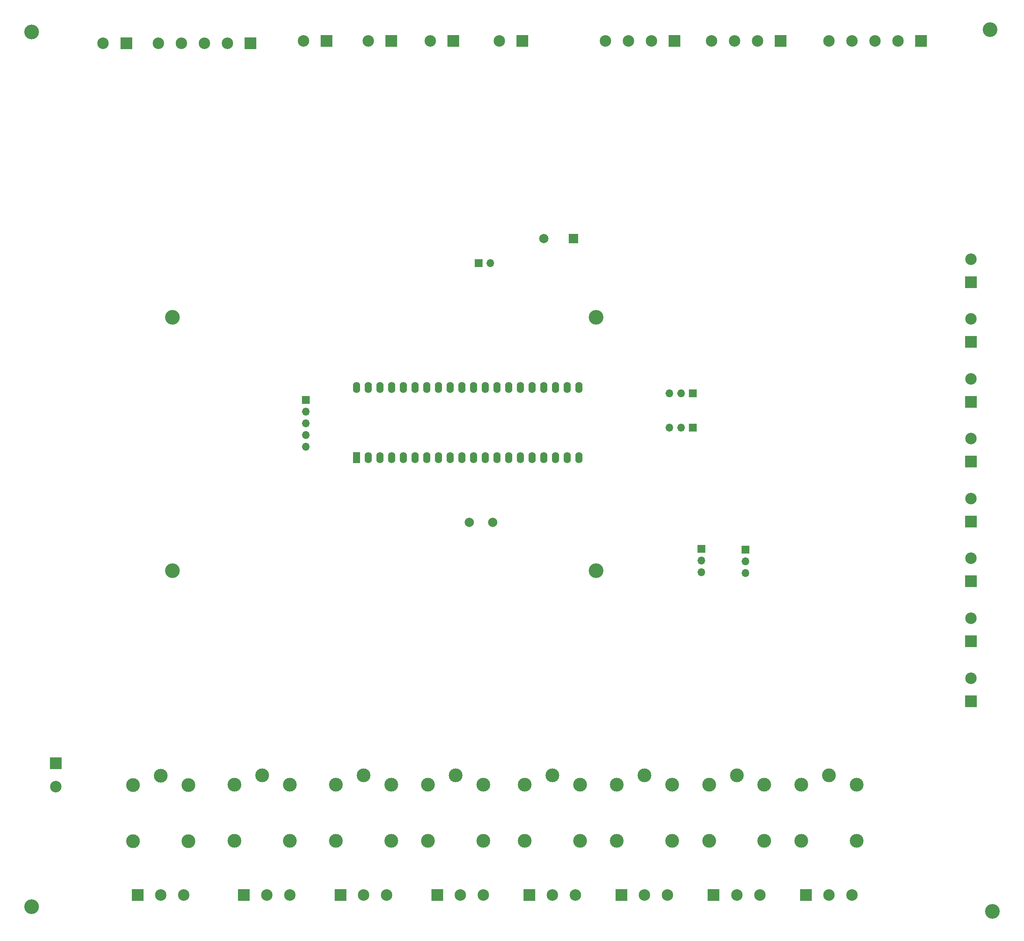
<source format=gbs>
%TF.GenerationSoftware,KiCad,Pcbnew,(5.1.10)-1*%
%TF.CreationDate,2022-01-12T07:46:51+01:00*%
%TF.ProjectId,automate,6175746f-6d61-4746-952e-6b696361645f,rev?*%
%TF.SameCoordinates,Original*%
%TF.FileFunction,Soldermask,Bot*%
%TF.FilePolarity,Negative*%
%FSLAX46Y46*%
G04 Gerber Fmt 4.6, Leading zero omitted, Abs format (unit mm)*
G04 Created by KiCad (PCBNEW (5.1.10)-1) date 2022-01-12 07:46:51*
%MOMM*%
%LPD*%
G01*
G04 APERTURE LIST*
%ADD10C,2.000000*%
%ADD11R,2.000000X2.000000*%
%ADD12C,3.200000*%
%ADD13C,2.500000*%
%ADD14R,2.500000X2.500000*%
%ADD15R,1.600000X2.400000*%
%ADD16O,1.600000X2.400000*%
%ADD17C,3.000000*%
%ADD18R,1.700000X1.700000*%
%ADD19O,1.700000X1.700000*%
G04 APERTURE END LIST*
D10*
%TO.C,BZ2*%
X181100000Y-69900000D03*
D11*
X187600000Y-69900000D03*
%TD*%
D10*
%TO.C,SW1*%
X170000000Y-131500000D03*
X165000000Y-131500000D03*
%TD*%
D12*
%TO.C,REF\u002A\u002A*%
X192500000Y-142000000D03*
%TD*%
%TO.C,REF\u002A\u002A*%
X192500000Y-87000000D03*
%TD*%
%TO.C,REF\u002A\u002A*%
X100500000Y-142000000D03*
%TD*%
%TO.C,REF\u002A\u002A*%
X100500000Y-87000000D03*
%TD*%
%TO.C,REF\u002A\u002A*%
X278000000Y-24500000D03*
%TD*%
%TO.C,REF\u002A\u002A*%
X278500000Y-216000000D03*
%TD*%
%TO.C,REF\u002A\u002A*%
X70000000Y-215000000D03*
%TD*%
%TO.C,REF\u002A\u002A*%
X70000000Y-25000000D03*
%TD*%
D13*
%TO.C,J1*%
X85500000Y-27500000D03*
D14*
X90500000Y-27500000D03*
%TD*%
D13*
%TO.C,J3*%
X217500000Y-27000000D03*
D14*
X232500000Y-27000000D03*
D13*
X227500000Y-27000000D03*
X222500000Y-27000000D03*
%TD*%
%TO.C,J4*%
X199500000Y-27000000D03*
X204500000Y-27000000D03*
D14*
X209500000Y-27000000D03*
D13*
X194500000Y-27000000D03*
%TD*%
D14*
%TO.C,J5*%
X93000000Y-212500000D03*
D13*
X98000000Y-212500000D03*
X103000000Y-212500000D03*
%TD*%
D14*
%TO.C,J6*%
X116000000Y-212500000D03*
D13*
X121000000Y-212500000D03*
X126000000Y-212500000D03*
%TD*%
D14*
%TO.C,J7*%
X137000000Y-212500000D03*
D13*
X142000000Y-212500000D03*
X147000000Y-212500000D03*
%TD*%
%TO.C,J8*%
X168000000Y-212500000D03*
X163000000Y-212500000D03*
D14*
X158000000Y-212500000D03*
%TD*%
%TO.C,J9*%
X178000000Y-212500000D03*
D13*
X183000000Y-212500000D03*
X188000000Y-212500000D03*
%TD*%
%TO.C,J10*%
X208000000Y-212500000D03*
X203000000Y-212500000D03*
D14*
X198000000Y-212500000D03*
%TD*%
D13*
%TO.C,J11*%
X228000000Y-212500000D03*
X223000000Y-212500000D03*
D14*
X218000000Y-212500000D03*
%TD*%
D13*
%TO.C,J12*%
X248000000Y-212500000D03*
X243000000Y-212500000D03*
D14*
X238000000Y-212500000D03*
%TD*%
D13*
%TO.C,J13*%
X273839600Y-165362800D03*
D14*
X273839600Y-170362800D03*
%TD*%
D13*
%TO.C,J14*%
X273839600Y-152362800D03*
D14*
X273839600Y-157362800D03*
%TD*%
D13*
%TO.C,J15*%
X273839600Y-139362800D03*
D14*
X273839600Y-144362800D03*
%TD*%
%TO.C,J16*%
X273839600Y-131362800D03*
D13*
X273839600Y-126362800D03*
%TD*%
%TO.C,J17*%
X273839600Y-113362800D03*
D14*
X273839600Y-118362800D03*
%TD*%
%TO.C,J18*%
X273839600Y-105362800D03*
D13*
X273839600Y-100362800D03*
%TD*%
D14*
%TO.C,J19*%
X273839600Y-92362800D03*
D13*
X273839600Y-87362800D03*
%TD*%
%TO.C,J20*%
X273839600Y-74362800D03*
D14*
X273839600Y-79362800D03*
%TD*%
%TO.C,J21*%
X134000000Y-27000000D03*
D13*
X129000000Y-27000000D03*
%TD*%
D14*
%TO.C,J22*%
X148000000Y-27000000D03*
D13*
X143000000Y-27000000D03*
%TD*%
D14*
%TO.C,J23*%
X161500000Y-27000000D03*
D13*
X156500000Y-27000000D03*
%TD*%
%TO.C,J24*%
X171500000Y-27000000D03*
D14*
X176500000Y-27000000D03*
%TD*%
D13*
%TO.C,J25*%
X102500000Y-27500000D03*
D14*
X117500000Y-27500000D03*
D13*
X112500000Y-27500000D03*
X107500000Y-27500000D03*
X97500000Y-27500000D03*
%TD*%
D15*
%TO.C,U2*%
X140500000Y-117500000D03*
D16*
X188760000Y-102260000D03*
X143040000Y-117500000D03*
X186220000Y-102260000D03*
X145580000Y-117500000D03*
X183680000Y-102260000D03*
X148120000Y-117500000D03*
X181140000Y-102260000D03*
X150660000Y-117500000D03*
X178600000Y-102260000D03*
X153200000Y-117500000D03*
X176060000Y-102260000D03*
X155740000Y-117500000D03*
X173520000Y-102260000D03*
X158280000Y-117500000D03*
X170980000Y-102260000D03*
X160820000Y-117500000D03*
X168440000Y-102260000D03*
X163360000Y-117500000D03*
X165900000Y-102260000D03*
X165900000Y-117500000D03*
X163360000Y-102260000D03*
X168440000Y-117500000D03*
X160820000Y-102260000D03*
X170980000Y-117500000D03*
X158280000Y-102260000D03*
X173520000Y-117500000D03*
X155740000Y-102260000D03*
X176060000Y-117500000D03*
X153200000Y-102260000D03*
X178600000Y-117500000D03*
X150660000Y-102260000D03*
X181140000Y-117500000D03*
X148120000Y-102260000D03*
X183680000Y-117500000D03*
X145580000Y-102260000D03*
X186220000Y-117500000D03*
X143040000Y-102260000D03*
X188760000Y-117500000D03*
X140500000Y-102260000D03*
%TD*%
D17*
%TO.C,K1*%
X98000000Y-186600000D03*
X104000000Y-188600000D03*
X104000000Y-200800000D03*
X92000000Y-200800000D03*
X92000000Y-188600000D03*
%TD*%
%TO.C,K2*%
X120000000Y-186500000D03*
X126000000Y-188500000D03*
X126000000Y-200700000D03*
X114000000Y-200700000D03*
X114000000Y-188500000D03*
%TD*%
%TO.C,K3*%
X142000000Y-186500000D03*
X148000000Y-188500000D03*
X148000000Y-200700000D03*
X136000000Y-200700000D03*
X136000000Y-188500000D03*
%TD*%
%TO.C,K4*%
X156000000Y-188500000D03*
X156000000Y-200700000D03*
X168000000Y-200700000D03*
X168000000Y-188500000D03*
X162000000Y-186500000D03*
%TD*%
%TO.C,K5*%
X177000000Y-188500000D03*
X177000000Y-200700000D03*
X189000000Y-200700000D03*
X189000000Y-188500000D03*
X183000000Y-186500000D03*
%TD*%
%TO.C,K6*%
X197000000Y-188500000D03*
X197000000Y-200700000D03*
X209000000Y-200700000D03*
X209000000Y-188500000D03*
X203000000Y-186500000D03*
%TD*%
%TO.C,K7*%
X217000000Y-188500000D03*
X217000000Y-200700000D03*
X229000000Y-200700000D03*
X229000000Y-188500000D03*
X223000000Y-186500000D03*
%TD*%
%TO.C,K8*%
X243000000Y-186500000D03*
X249000000Y-188500000D03*
X249000000Y-200700000D03*
X237000000Y-200700000D03*
X237000000Y-188500000D03*
%TD*%
D13*
%TO.C,J26*%
X248000000Y-27000000D03*
D14*
X263000000Y-27000000D03*
D13*
X258000000Y-27000000D03*
X253000000Y-27000000D03*
X243000000Y-27000000D03*
%TD*%
D18*
%TO.C,JP1*%
X166954200Y-75234800D03*
D19*
X169494200Y-75234800D03*
%TD*%
D18*
%TO.C,JP2*%
X224891600Y-137464800D03*
D19*
X224891600Y-140004800D03*
X224891600Y-142544800D03*
%TD*%
%TO.C,JP3*%
X208420000Y-111000000D03*
X210960000Y-111000000D03*
D18*
X213500000Y-111000000D03*
%TD*%
%TO.C,JP4*%
X215315800Y-137287000D03*
D19*
X215315800Y-139827000D03*
X215315800Y-142367000D03*
%TD*%
%TO.C,JP5*%
X208420000Y-103500000D03*
X210960000Y-103500000D03*
D18*
X213500000Y-103500000D03*
%TD*%
D13*
%TO.C,J27*%
X75200000Y-188900000D03*
D14*
X75200000Y-183900000D03*
%TD*%
D18*
%TO.C,J2*%
X129500000Y-104960000D03*
D19*
X129500000Y-107500000D03*
X129500000Y-110040000D03*
X129500000Y-112580000D03*
X129500000Y-115120000D03*
%TD*%
M02*

</source>
